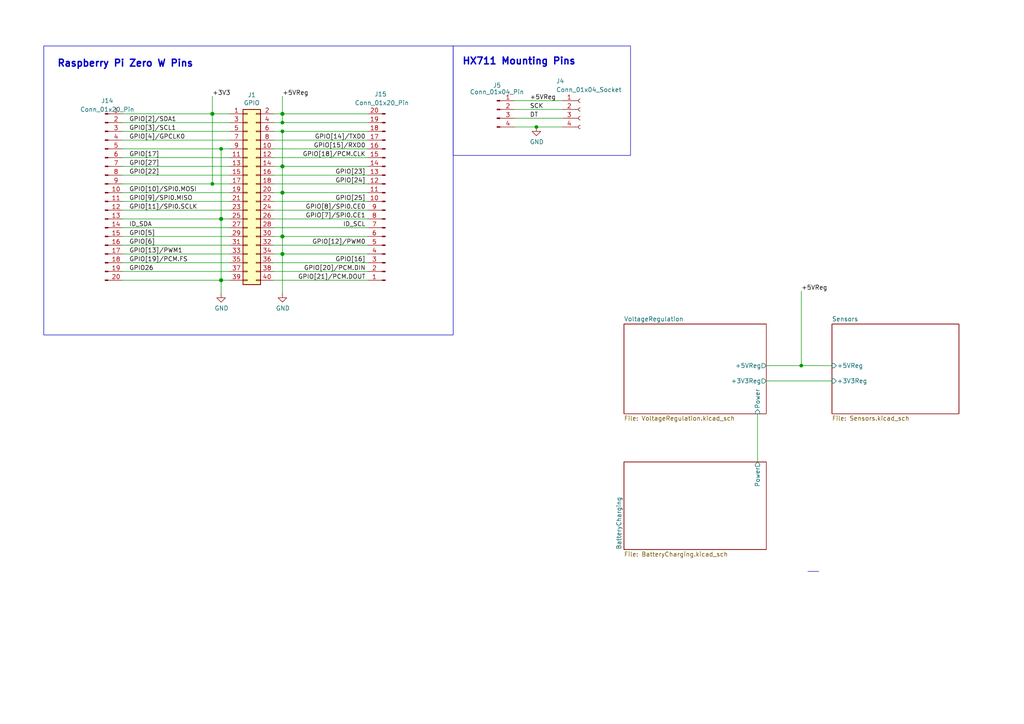
<source format=kicad_sch>
(kicad_sch (version 20230121) (generator eeschema)
  (paper "A4")
  (title_block (title "Power Submodule for Scale") (date "2023-05-20") (rev "V2") (company "University of Cape Town") (comment 1 "Author: Sarah Tallack"))
  (lib_symbols
    (symbol "Connector:Conn_01x04_Pin" (pin_names (offset 1.016) hide)
      (property "Reference" "J" (at 0 5.08 0))
      (property "Value" "Conn_01x04_Pin" (at 0 -7.62 0))
      (symbol "Conn_01x04_Pin_1_1"
        (polyline (pts (xy 1.27 -5.08) (xy 0.8636 -5.08)) (stroke (width 0.1524)))
        (polyline (pts (xy 1.27 -2.54) (xy 0.8636 -2.54)) (stroke (width 0.1524)))
        (polyline (pts (xy 1.27 0) (xy 0.8636 0)) (stroke (width 0.1524)))
        (polyline (pts (xy 1.27 2.54) (xy 0.8636 2.54)) (stroke (width 0.1524)))
        (rectangle (start 0.8636 -4.953) (end 0 -5.207) (stroke (width 0.1524)) (fill (type outline)))
        (rectangle (start 0.8636 -2.413) (end 0 -2.667) (stroke (width 0.1524)) (fill (type outline)))
        (rectangle (start 0.8636 0.127) (end 0 -0.127) (stroke (width 0.1524)) (fill (type outline)))
        (rectangle (start 0.8636 2.667) (end 0 2.413) (stroke (width 0.1524)) (fill (type outline)))
        (pin passive line (at 5.08 2.54 180) (length 3.81) (name "Pin_1") (number "1"))
        (pin passive line (at 5.08 0 180) (length 3.81) (name "Pin_2") (number "2"))
        (pin passive line (at 5.08 -2.54 180) (length 3.81) (name "Pin_3") (number "3"))
        (pin passive line (at 5.08 -5.08 180) (length 3.81) (name "Pin_4") (number "4"))
      )
    )
    (symbol "Connector:Conn_01x04_Socket" (pin_names (offset 1.016) hide)
      (property "Reference" "J" (at 0 5.08 0))
      (property "Value" "Conn_01x04_Socket" (at 0 -7.62 0))
      (symbol "Conn_01x04_Socket_1_1"
        (arc (start 0 -4.572) (mid -0.5058 -5.08) (end 0 -5.588) (stroke (width 0.1524)))
        (arc (start 0 -2.032) (mid -0.5058 -2.54) (end 0 -3.048) (stroke (width 0.1524)))
        (polyline (pts (xy -1.27 -5.08) (xy -0.508 -5.08)) (stroke (width 0.1524)))
        (polyline (pts (xy -1.27 -2.54) (xy -0.508 -2.54)) (stroke (width 0.1524)))
        (polyline (pts (xy -1.27 0) (xy -0.508 0)) (stroke (width 0.1524)))
        (polyline (pts (xy -1.27 2.54) (xy -0.508 2.54)) (stroke (width 0.1524)))
        (arc (start 0 0.508) (mid -0.5058 0) (end 0 -0.508) (stroke (width 0.1524)))
        (arc (start 0 3.048) (mid -0.5058 2.54) (end 0 2.032) (stroke (width 0.1524)))
        (pin passive line (at -5.08 2.54 0) (length 3.81) (name "Pin_1") (number "1"))
        (pin passive line (at -5.08 0 0) (length 3.81) (name "Pin_2") (number "2"))
        (pin passive line (at -5.08 -2.54 0) (length 3.81) (name "Pin_3") (number "3"))
        (pin passive line (at -5.08 -5.08 0) (length 3.81) (name "Pin_4") (number "4"))
      )
    )
    (symbol "Connector:Conn_01x20_Pin" (pin_names (offset 1.016) hide)
      (property "Reference" "J" (at 0 25.4 0))
      (property "Value" "Conn_01x20_Pin" (at 0 -27.94 0))
      (symbol "Conn_01x20_Pin_1_1"
        (polyline (pts (xy 1.27 -25.4) (xy 0.8636 -25.4)) (stroke (width 0.1524)))
        (polyline (pts (xy 1.27 -22.86) (xy 0.8636 -22.86)) (stroke (width 0.1524)))
        (polyline (pts (xy 1.27 -20.32) (xy 0.8636 -20.32)) (stroke (width 0.1524)))
        (polyline (pts (xy 1.27 -17.78) (xy 0.8636 -17.78)) (stroke (width 0.1524)))
        (polyline (pts (xy 1.27 -15.24) (xy 0.8636 -15.24)) (stroke (width 0.1524)))
        (polyline (pts (xy 1.27 -12.7) (xy 0.8636 -12.7)) (stroke (width 0.1524)))
        (polyline (pts (xy 1.27 -10.16) (xy 0.8636 -10.16)) (stroke (width 0.1524)))
        (polyline (pts (xy 1.27 -7.62) (xy 0.8636 -7.62)) (stroke (width 0.1524)))
        (polyline (pts (xy 1.27 -5.08) (xy 0.8636 -5.08)) (stroke (width 0.1524)))
        (polyline (pts (xy 1.27 -2.54) (xy 0.8636 -2.54)) (stroke (width 0.1524)))
        (polyline (pts (xy 1.27 0) (xy 0.8636 0)) (stroke (width 0.1524)))
        (polyline (pts (xy 1.27 2.54) (xy 0.8636 2.54)) (stroke (width 0.1524)))
        (polyline (pts (xy 1.27 5.08) (xy 0.8636 5.08)) (stroke (width 0.1524)))
        (polyline (pts (xy 1.27 7.62) (xy 0.8636 7.62)) (stroke (width 0.1524)))
        (polyline (pts (xy 1.27 10.16) (xy 0.8636 10.16)) (stroke (width 0.1524)))
        (polyline (pts (xy 1.27 12.7) (xy 0.8636 12.7)) (stroke (width 0.1524)))
        (polyline (pts (xy 1.27 15.24) (xy 0.8636 15.24)) (stroke (width 0.1524)))
        (polyline (pts (xy 1.27 17.78) (xy 0.8636 17.78)) (stroke (width 0.1524)))
        (polyline (pts (xy 1.27 20.32) (xy 0.8636 20.32)) (stroke (width 0.1524)))
        (polyline (pts (xy 1.27 22.86) (xy 0.8636 22.86)) (stroke (width 0.1524)))
        (rectangle (start 0.8636 -25.273) (end 0 -25.527) (stroke (width 0.1524)) (fill (type outline)))
        (rectangle (start 0.8636 -22.733) (end 0 -22.987) (stroke (width 0.1524)) (fill (type outline)))
        (rectangle (start 0.8636 -20.193) (end 0 -20.447) (stroke (width 0.1524)) (fill (type outline)))
        (rectangle (start 0.8636 -17.653) (end 0 -17.907) (stroke (width 0.1524)) (fill (type outline)))
        (rectangle (start 0.8636 -15.113) (end 0 -15.367) (stroke (width 0.1524)) (fill (type outline)))
        (rectangle (start 0.8636 -12.573) (end 0 -12.827) (stroke (width 0.1524)) (fill (type outline)))
        (rectangle (start 0.8636 -10.033) (end 0 -10.287) (stroke (width 0.1524)) (fill (type outline)))
        (rectangle (start 0.8636 -7.493) (end 0 -7.747) (stroke (width 0.1524)) (fill (type outline)))
        (rectangle (start 0.8636 -4.953) (end 0 -5.207) (stroke (width 0.1524)) (fill (type outline)))
        (rectangle (start 0.8636 -2.413) (end 0 -2.667) (stroke (width 0.1524)) (fill (type outline)))
        (rectangle (start 0.8636 0.127) (end 0 -0.127) (stroke (width 0.1524)) (fill (type outline)))
        (rectangle (start 0.8636 2.667) (end 0 2.413) (stroke (width 0.1524)) (fill (type outline)))
        (rectangle (start 0.8636 5.207) (end 0 4.953) (stroke (width 0.1524)) (fill (type outline)))
        (rectangle (start 0.8636 7.747) (end 0 7.493) (stroke (width 0.1524)) (fill (type outline)))
        (rectangle (start 0.8636 10.287) (end 0 10.033) (stroke (width 0.1524)) (fill (type outline)))
        (rectangle (start 0.8636 12.827) (end 0 12.573) (stroke (width 0.1524)) (fill (type outline)))
        (rectangle (start 0.8636 15.367) (end 0 15.113) (stroke (width 0.1524)) (fill (type outline)))
        (rectangle (start 0.8636 17.907) (end 0 17.653) (stroke (width 0.1524)) (fill (type outline)))
        (rectangle (start 0.8636 20.447) (end 0 20.193) (stroke (width 0.1524)) (fill (type outline)))
        (rectangle (start 0.8636 22.987) (end 0 22.733) (stroke (width 0.1524)) (fill (type outline)))
        (pin passive line (at 5.08 22.86 180) (length 3.81) (name "Pin_1") (number "1"))
        (pin passive line (at 5.08 0 180) (length 3.81) (name "Pin_10") (number "10"))
        (pin passive line (at 5.08 -2.54 180) (length 3.81) (name "Pin_11") (number "11"))
        (pin passive line (at 5.08 -5.08 180) (length 3.81) (name "Pin_12") (number "12"))
        (pin passive line (at 5.08 -7.62 180) (length 3.81) (name "Pin_13") (number "13"))
        (pin passive line (at 5.08 -10.16 180) (length 3.81) (name "Pin_14") (number "14"))
        (pin passive line (at 5.08 -12.7 180) (length 3.81) (name "Pin_15") (number "15"))
        (pin passive line (at 5.08 -15.24 180) (length 3.81) (name "Pin_16") (number "16"))
        (pin passive line (at 5.08 -17.78 180) (length 3.81) (name "Pin_17") (number "17"))
        (pin passive line (at 5.08 -20.32 180) (length 3.81) (name "Pin_18") (number "18"))
        (pin passive line (at 5.08 -22.86 180) (length 3.81) (name "Pin_19") (number "19"))
        (pin passive line (at 5.08 20.32 180) (length 3.81) (name "Pin_2") (number "2"))
        (pin passive line (at 5.08 -25.4 180) (length 3.81) (name "Pin_20") (number "20"))
        (pin passive line (at 5.08 17.78 180) (length 3.81) (name "Pin_3") (number "3"))
        (pin passive line (at 5.08 15.24 180) (length 3.81) (name "Pin_4") (number "4"))
        (pin passive line (at 5.08 12.7 180) (length 3.81) (name "Pin_5") (number "5"))
        (pin passive line (at 5.08 10.16 180) (length 3.81) (name "Pin_6") (number "6"))
        (pin passive line (at 5.08 7.62 180) (length 3.81) (name "Pin_7") (number "7"))
        (pin passive line (at 5.08 5.08 180) (length 3.81) (name "Pin_8") (number "8"))
        (pin passive line (at 5.08 2.54 180) (length 3.81) (name "Pin_9") (number "9"))
      )
    )
    (symbol "Connector_Generic:Conn_02x20_Odd_Even" (pin_names (offset 1.016) hide)
      (property "Reference" "J" (at 1.27 25.4 0))
      (property "Value" "Conn_02x20_Odd_Even" (at 1.27 -27.94 0))
      (symbol "Conn_02x20_Odd_Even_1_1"
        (rectangle (start -1.27 -25.273) (end 0 -25.527) (stroke (width 0.1524)))
        (rectangle (start -1.27 -22.733) (end 0 -22.987) (stroke (width 0.1524)))
        (rectangle (start -1.27 -20.193) (end 0 -20.447) (stroke (width 0.1524)))
        (rectangle (start -1.27 -17.653) (end 0 -17.907) (stroke (width 0.1524)))
        (rectangle (start -1.27 -15.113) (end 0 -15.367) (stroke (width 0.1524)))
        (rectangle (start -1.27 -12.573) (end 0 -12.827) (stroke (width 0.1524)))
        (rectangle (start -1.27 -10.033) (end 0 -10.287) (stroke (width 0.1524)))
        (rectangle (start -1.27 -7.493) (end 0 -7.747) (stroke (width 0.1524)))
        (rectangle (start -1.27 -4.953) (end 0 -5.207) (stroke (width 0.1524)))
        (rectangle (start -1.27 -2.413) (end 0 -2.667) (stroke (width 0.1524)))
        (rectangle (start -1.27 0.127) (end 0 -0.127) (stroke (width 0.1524)))
        (rectangle (start -1.27 2.667) (end 0 2.413) (stroke (width 0.1524)))
        (rectangle (start -1.27 5.207) (end 0 4.953) (stroke (width 0.1524)))
        (rectangle (start -1.27 7.747) (end 0 7.493) (stroke (width 0.1524)))
        (rectangle (start -1.27 10.287) (end 0 10.033) (stroke (width 0.1524)))
        (rectangle (start -1.27 12.827) (end 0 12.573) (stroke (width 0.1524)))
        (rectangle (start -1.27 15.367) (end 0 15.113) (stroke (width 0.1524)))
        (rectangle (start -1.27 17.907) (end 0 17.653) (stroke (width 0.1524)))
        (rectangle (start -1.27 20.447) (end 0 20.193) (stroke (width 0.1524)))
        (rectangle (start -1.27 22.987) (end 0 22.733) (stroke (width 0.1524)))
        (rectangle (start -1.27 24.13) (end 3.81 -26.67) (stroke (width 0.254)) (fill (type background)))
        (rectangle (start 3.81 -25.273) (end 2.54 -25.527) (stroke (width 0.1524)))
        (rectangle (start 3.81 -22.733) (end 2.54 -22.987) (stroke (width 0.1524)))
        (rectangle (start 3.81 -20.193) (end 2.54 -20.447) (stroke (width 0.1524)))
        (rectangle (start 3.81 -17.653) (end 2.54 -17.907) (stroke (width 0.1524)))
        (rectangle (start 3.81 -15.113) (end 2.54 -15.367) (stroke (width 0.1524)))
        (rectangle (start 3.81 -12.573) (end 2.54 -12.827) (stroke (width 0.1524)))
        (rectangle (start 3.81 -10.033) (end 2.54 -10.287) (stroke (width 0.1524)))
        (rectangle (start 3.81 -7.493) (end 2.54 -7.747) (stroke (width 0.1524)))
        (rectangle (start 3.81 -4.953) (end 2.54 -5.207) (stroke (width 0.1524)))
        (rectangle (start 3.81 -2.413) (end 2.54 -2.667) (stroke (width 0.1524)))
        (rectangle (start 3.81 0.127) (end 2.54 -0.127) (stroke (width 0.1524)))
        (rectangle (start 3.81 2.667) (end 2.54 2.413) (stroke (width 0.1524)))
        (rectangle (start 3.81 5.207) (end 2.54 4.953) (stroke (width 0.1524)))
        (rectangle (start 3.81 7.747) (end 2.54 7.493) (stroke (width 0.1524)))
        (rectangle (start 3.81 10.287) (end 2.54 10.033) (stroke (width 0.1524)))
        (rectangle (start 3.81 12.827) (end 2.54 12.573) (stroke (width 0.1524)))
        (rectangle (start 3.81 15.367) (end 2.54 15.113) (stroke (width 0.1524)))
        (rectangle (start 3.81 17.907) (end 2.54 17.653) (stroke (width 0.1524)))
        (rectangle (start 3.81 20.447) (end 2.54 20.193) (stroke (width 0.1524)))
        (rectangle (start 3.81 22.987) (end 2.54 22.733) (stroke (width 0.1524)))
        (pin passive line (at -5.08 22.86 0) (length 3.81) (name "Pin_1") (number "1"))
        (pin passive line (at 7.62 12.7 180) (length 3.81) (name "Pin_10") (number "10"))
        (pin passive line (at -5.08 10.16 0) (length 3.81) (name "Pin_11") (number "11"))
        (pin passive line (at 7.62 10.16 180) (length 3.81) (name "Pin_12") (number "12"))
        (pin passive line (at -5.08 7.62 0) (length 3.81) (name "Pin_13") (number "13"))
        (pin passive line (at 7.62 7.62 180) (length 3.81) (name "Pin_14") (number "14"))
        (pin passive line (at -5.08 5.08 0) (length 3.81) (name "Pin_15") (number "15"))
        (pin passive line (at 7.62 5.08 180) (length 3.81) (name "Pin_16") (number "16"))
        (pin passive line (at -5.08 2.54 0) (length 3.81) (name "Pin_17") (number "17"))
        (pin passive line (at 7.62 2.54 180) (length 3.81) (name "Pin_18") (number "18"))
        (pin passive line (at -5.08 0 0) (length 3.81) (name "Pin_19") (number "19"))
        (pin passive line (at 7.62 22.86 180) (length 3.81) (name "Pin_2") (number "2"))
        (pin passive line (at 7.62 0 180) (length 3.81) (name "Pin_20") (number "20"))
        (pin passive line (at -5.08 -2.54 0) (length 3.81) (name "Pin_21") (number "21"))
        (pin passive line (at 7.62 -2.54 180) (length 3.81) (name "Pin_22") (number "22"))
        (pin passive line (at -5.08 -5.08 0) (length 3.81) (name "Pin_23") (number "23"))
        (pin passive line (at 7.62 -5.08 180) (length 3.81) (name "Pin_24") (number "24"))
        (pin passive line (at -5.08 -7.62 0) (length 3.81) (name "Pin_25") (number "25"))
        (pin passive line (at 7.62 -7.62 180) (length 3.81) (name "Pin_26") (number "26"))
        (pin passive line (at -5.08 -10.16 0) (length 3.81) (name "Pin_27") (number "27"))
        (pin passive line (at 7.62 -10.16 180) (length 3.81) (name "Pin_28") (number "28"))
        (pin passive line (at -5.08 -12.7 0) (length 3.81) (name "Pin_29") (number "29"))
        (pin passive line (at -5.08 20.32 0) (length 3.81) (name "Pin_3") (number "3"))
        (pin passive line (at 7.62 -12.7 180) (length 3.81) (name "Pin_30") (number "30"))
        (pin passive line (at -5.08 -15.24 0) (length 3.81) (name "Pin_31") (number "31"))
        (pin passive line (at 7.62 -15.24 180) (length 3.81) (name "Pin_32") (number "32"))
        (pin passive line (at -5.08 -17.78 0) (length 3.81) (name "Pin_33") (number "33"))
        (pin passive line (at 7.62 -17.78 180) (length 3.81) (name "Pin_34") (number "34"))
        (pin passive line (at -5.08 -20.32 0) (length 3.81) (name "Pin_35") (number "35"))
        (pin passive line (at 7.62 -20.32 180) (length 3.81) (name "Pin_36") (number "36"))
        (pin passive line (at -5.08 -22.86 0) (length 3.81) (name "Pin_37") (number "37"))
        (pin passive line (at 7.62 -22.86 180) (length 3.81) (name "Pin_38") (number "38"))
        (pin passive line (at -5.08 -25.4 0) (length 3.81) (name "Pin_39") (number "39"))
        (pin passive line (at 7.62 20.32 180) (length 3.81) (name "Pin_4") (number "4"))
        (pin passive line (at 7.62 -25.4 180) (length 3.81) (name "Pin_40") (number "40"))
        (pin passive line (at -5.08 17.78 0) (length 3.81) (name "Pin_5") (number "5"))
        (pin passive line (at 7.62 17.78 180) (length 3.81) (name "Pin_6") (number "6"))
        (pin passive line (at -5.08 15.24 0) (length 3.81) (name "Pin_7") (number "7"))
        (pin passive line (at 7.62 15.24 180) (length 3.81) (name "Pin_8") (number "8"))
        (pin passive line (at -5.08 12.7 0) (length 3.81) (name "Pin_9") (number "9"))
      )
    )
    (symbol "power:GND" (power) (pin_names (offset 0))
      (property "Value" "GND" (at 0 -3.81 0))
      (symbol "GND_0_1"
        (polyline (pts (xy 0 0) (xy 0 -1.27) (xy 1.27 -1.27) (xy 0 -2.54) (xy -1.27 -1.27) (xy 0 -1.27)))
      )
      (symbol "GND_1_1"
        (pin power_in line (at 0 0 270) (length 0) hide (name "GND") (number "1"))
      )
    )
  )
  (junction (at 61.595 33.02) (diameter 1.016))
  (junction (at 64.135 43.18))
  (junction (at 64.135 81.28) (diameter 1.016))
  (junction (at 81.915 38.1))
  (junction (at 81.915 48.26) (diameter 1.016))
  (junction (at 81.915 35.56))
  (junction (at 64.135 63.5) (diameter 1.016))
  (junction (at 81.915 73.66) (diameter 1.016))
  (junction (at 61.595 53.34))
  (junction (at 155.575 36.83))
  (junction (at 81.915 55.88) (diameter 1.016))
  (junction (at 81.915 68.58) (diameter 1.016))
  (junction (at 81.915 33.02) (diameter 1.016))
  (junction (at 232.41 106.045))
  (wire (pts (xy 61.595 27.94) (xy 61.595 33.02)))
  (wire (pts (xy 35.56 63.5) (xy 64.135 63.5)))
  (wire (pts (xy 149.225 34.29) (xy 163.195 34.29)))
  (wire (pts (xy 35.56 55.88) (xy 66.675 55.88)))
  (wire (pts (xy 81.915 55.88) (xy 79.375 55.88)))
  (wire (pts (xy 79.375 58.42) (xy 106.68 58.42)))
  (wire (pts (xy 81.915 33.02) (xy 81.915 35.56)))
  (wire (pts (xy 81.915 73.66) (xy 79.375 73.66)))
  (wire (pts (xy 35.56 53.34) (xy 61.595 53.34)))
  (wire (pts (xy 66.675 35.56) (xy 35.56 35.56)))
  (wire (pts (xy 64.135 81.28) (xy 64.135 85.09)))
  (wire (pts (xy 66.675 45.72) (xy 35.56 45.72)))
  (wire (pts (xy 64.135 43.18) (xy 64.135 63.5)))
  (wire (pts (xy 81.915 27.94) (xy 81.915 33.02)))
  (wire (pts (xy 79.375 40.64) (xy 106.68 40.64)))
  (wire (pts (xy 106.68 33.02) (xy 81.915 33.02)))
  (wire (pts (xy 35.56 48.26) (xy 66.675 48.26)))
  (wire (pts (xy 79.375 43.18) (xy 106.68 43.18)))
  (polyline (pts (xy 234.315 165.735) (xy 237.49 165.735)))
  (wire (pts (xy 35.56 58.42) (xy 66.675 58.42)))
  (wire (pts (xy 81.915 48.26) (xy 106.68 48.26)))
  (wire (pts (xy 81.915 73.66) (xy 81.915 85.09)))
  (wire (pts (xy 79.375 45.72) (xy 106.68 45.72)))
  (wire (pts (xy 222.25 106.045) (xy 232.41 106.045)))
  (wire (pts (xy 35.56 40.64) (xy 66.675 40.64)))
  (wire (pts (xy 81.915 55.88) (xy 81.915 68.58)))
  (wire (pts (xy 81.915 68.58) (xy 106.68 68.58)))
  (wire (pts (xy 79.375 53.34) (xy 106.68 53.34)))
  (wire (pts (xy 149.225 31.75) (xy 163.195 31.75)))
  (wire (pts (xy 81.915 33.02) (xy 79.375 33.02)))
  (wire (pts (xy 241.3 106.045) (xy 232.41 106.045)))
  (wire (pts (xy 35.56 50.8) (xy 66.675 50.8)))
  (wire (pts (xy 35.56 81.28) (xy 64.135 81.28)))
  (wire (pts (xy 81.915 55.88) (xy 106.68 55.88)))
  (wire (pts (xy 81.915 73.66) (xy 106.68 73.66)))
  (wire (pts (xy 81.915 68.58) (xy 79.375 68.58)))
  (wire (pts (xy 219.71 120.015) (xy 219.71 133.985)))
  (wire (pts (xy 79.375 78.74) (xy 106.68 78.74)))
  (wire (pts (xy 81.915 38.1) (xy 79.375 38.1)))
  (wire (pts (xy 79.375 63.5) (xy 106.68 63.5)))
  (wire (pts (xy 61.595 33.02) (xy 61.595 53.34)))
  (wire (pts (xy 79.375 50.8) (xy 106.68 50.8)))
  (wire (pts (xy 64.135 43.18) (xy 66.675 43.18)))
  (wire (pts (xy 64.135 63.5) (xy 64.135 81.28)))
  (wire (pts (xy 35.56 68.58) (xy 66.675 68.58)))
  (wire (pts (xy 61.595 33.02) (xy 66.675 33.02)))
  (wire (pts (xy 35.56 78.74) (xy 66.675 78.74)))
  (wire (pts (xy 64.135 63.5) (xy 66.675 63.5)))
  (wire (pts (xy 149.225 36.83) (xy 155.575 36.83)))
  (wire (pts (xy 35.56 71.12) (xy 66.675 71.12)))
  (wire (pts (xy 64.135 81.28) (xy 66.675 81.28)))
  (wire (pts (xy 81.915 38.1) (xy 81.915 48.26)))
  (wire (pts (xy 79.375 81.28) (xy 106.68 81.28)))
  (wire (pts (xy 66.675 66.04) (xy 35.56 66.04)))
  (wire (pts (xy 35.56 33.02) (xy 61.595 33.02)))
  (wire (pts (xy 79.375 76.2) (xy 106.68 76.2)))
  (wire (pts (xy 155.575 36.83) (xy 163.195 36.83)))
  (wire (pts (xy 79.375 71.12) (xy 106.68 71.12)))
  (wire (pts (xy 66.675 73.66) (xy 35.56 73.66)))
  (wire (pts (xy 81.915 68.58) (xy 81.915 73.66)))
  (wire (pts (xy 61.595 53.34) (xy 66.675 53.34)))
  (wire (pts (xy 81.915 48.26) (xy 81.915 55.88)))
  (wire (pts (xy 81.915 35.56) (xy 106.68 35.56)))
  (wire (pts (xy 35.56 43.18) (xy 64.135 43.18)))
  (wire (pts (xy 35.56 38.1) (xy 66.675 38.1)))
  (wire (pts (xy 81.915 35.56) (xy 79.375 35.56)))
  (wire (pts (xy 149.225 29.21) (xy 163.195 29.21)))
  (wire (pts (xy 35.56 60.96) (xy 66.675 60.96)))
  (wire (pts (xy 35.56 76.2) (xy 66.675 76.2)))
  (wire (pts (xy 79.375 60.96) (xy 106.68 60.96)))
  (wire (pts (xy 81.915 48.26) (xy 79.375 48.26)))
  (wire (pts (xy 79.375 66.04) (xy 106.68 66.04)))
  (wire (pts (xy 106.68 38.1) (xy 81.915 38.1)))
  (wire (pts (xy 222.25 110.49) (xy 241.3 110.49)))
  (wire (pts (xy 232.41 84.455) (xy 232.41 106.045)))
  (rectangle (start 12.7 13.335) (end 131.445 97.155))
  (rectangle (start 131.445 13.335) (end 182.88 45.085))
  (text "HX711 Mounting Pins" (at 133.985 19.05 0) (effects (font (size 2 2) (thickness 0.4) bold) (justify left bottom)))
  (text "Raspberry Pi Zero W Pins" (at 16.51 19.685 0) (effects (font (size 2 2) (thickness 0.4) bold) (justify left bottom)))
  (label "GPIO[5]" (at 37.465 68.58 0))
  (label "DT" (at 153.67 34.29 0))
  (label "GPIO[11]{slash}SPI0.SCLK" (at 37.465 60.96 0))
  (label "+3V3" (at 61.595 27.94 0))
  (label "+5VReg" (at 232.41 84.455 0))
  (label "GPIO[6]" (at 37.465 71.12 0))
  (label "GPIO[24]" (at 106.045 53.34 180))
  (label "GPIO[23]" (at 106.045 50.8 180))
  (label "GPIO[20]{slash}PCM.DIN" (at 106.045 78.74 180))
  (label "GPIO[22]" (at 37.465 50.8 0))
  (label "GPIO[10]{slash}SPI0.MOSI" (at 37.465 55.88 0))
  (label "GPIO[25]" (at 106.045 58.42 180))
  (label "GPIO[19]{slash}PCM.FS" (at 37.465 76.2 0))
  (label "+5VReg" (at 153.67 29.21 0))
  (label "GPIO[4]{slash}GPCLK0" (at 37.465 40.64 0))
  (label "GPIO26" (at 37.465 78.74 0))
  (label "GPIO[8]{slash}SPI0.CE0" (at 106.045 60.96 180))
  (label "GPIO[27]" (at 37.465 48.26 0))
  (label "GPIO[18]{slash}PCM.CLK" (at 106.045 45.72 180))
  (label "+5VReg" (at 81.915 27.94 0))
  (label "GPIO[16]" (at 106.045 76.2 180))
  (label "GPIO[3]{slash}SCL1" (at 37.465 38.1 0))
  (label "GPIO[15]{slash}RXD0" (at 106.045 43.18 180))
  (label "GPIO[17]" (at 37.465 45.72 0))
  (label "GPIO[21]{slash}PCM.DOUT" (at 106.045 81.28 180))
  (label "GPIO[2]{slash}SDA1" (at 37.465 35.56 0))
  (label "ID_SDA" (at 37.465 66.04 0))
  (label "GPIO[13]{slash}PWM1" (at 37.465 73.66 0))
  (label "GPIO[7]{slash}SPI0.CE1" (at 106.045 63.5 180))
  (label "SCK" (at 153.67 31.75 0))
  (label "GPIO[9]{slash}SPI0.MISO" (at 37.465 58.42 0))
  (label "ID_SCL" (at 106.045 66.04 180))
  (label "GPIO[14]{slash}TXD0" (at 106.045 40.64 180))
  (label "GPIO[12]{slash}PWM0" (at 106.045 71.12 180))
  (symbol (lib_id "Connector_Generic:Conn_02x20_Odd_Even") (at 71.755 55.88 0) (unit 1)
    (property "Reference" "J1" (at 73.025 27.5398 0))
    (property "Value" "GPIO" (at 73.025 29.845 0))
    (property "Footprint" "Connector_PinSocket_2.54mm:PinSocket_2x20_P2.54mm_Vertical" (effects hide))
    (property "Populate" "No" (effects hide))
  )
  (symbol (lib_id "Connector:Conn_01x04_Pin") (at 144.145 31.75 0) (unit 1)
    (property "Reference" "J5" (at 144.145 24.765 0))
    (property "Value" "Conn_01x04_Pin" (at 144.145 26.67 0))
    (property "Footprint" "Connector_PinHeader_2.54mm:PinHeader_1x04_P2.54mm_Vertical" (effects hide))
  )
  (symbol (lib_id "power:GND") (at 64.135 85.09 0) (unit 1)
    (property "Reference" "#PWR01" (effects hide))
    (property "Value" "GND" (at 64.2493 89.4144 0))
  )
  (symbol (lib_id "power:GND") (at 81.915 85.09 0) (unit 1)
    (property "Reference" "#PWR02" (effects hide))
    (property "Value" "GND" (at 82.0293 89.4144 0))
  )
  (symbol (lib_id "Connector:Conn_01x20_Pin") (at 111.76 58.42 180) (unit 1)
    (property "Reference" "J15" (at 108.585 27.305 0) (effects (justify right)))
    (property "Value" "Conn_01x20_Pin" (at 102.87 29.845 0) (effects (justify right)))
    (property "Footprint" "Connector_PinHeader_2.54mm:PinHeader_1x20_P2.54mm_Vertical" (effects hide))
  )
  (symbol (lib_id "Connector:Conn_01x04_Socket") (at 168.275 31.75 0) (unit 1)
    (property "Reference" "J4" (at 161.29 23.495 0) (effects (justify left)))
    (property "Value" "Conn_01x04_Socket" (at 161.29 26.035 0) (effects (justify left)))
    (property "Footprint" "Connector_PinSocket_2.54mm:PinSocket_1x04_P2.54mm_Vertical" (effects hide))
  )
  (symbol (lib_id "power:GND") (at 155.575 36.83 0) (unit 1)
    (property "Reference" "#PWR025" (effects hide))
    (property "Value" "GND" (at 155.6893 41.1544 0))
  )
  (symbol (lib_id "Connector:Conn_01x20_Pin") (at 30.48 55.88 0) (unit 1)
    (property "Reference" "J14" (at 31.115 29.21 0))
    (property "Value" "Conn_01x20_Pin" (at 31.115 31.75 0))
    (property "Footprint" "Connector_PinHeader_2.54mm:PinHeader_1x20_P2.54mm_Vertical" (effects hide))
  )
  (sheet (at 180.975 93.98) (size 41.275 26.035) (stroke (width 0.1524))
    (property "Sheetname" "VoltageRegulation" (at 180.975 93.2684 0) (effects (justify left bottom)))
    (property "Sheetfile" "VoltageRegulation.kicad_sch" (at 180.975 120.5996 0) (effects (justify left top)))
    (pin "Power" input (at 219.71 120.015 270))
    (pin "+5VReg" output (at 222.25 106.045 0))
    (pin "+3V3Reg" output (at 222.25 110.49 0))
  )
  (sheet (at 241.3 93.98) (size 36.83 26.035) (stroke (width 0.1524))
    (property "Sheetname" "Sensors" (at 241.3 93.2684 0) (effects (justify left bottom)))
    (property "Sheetfile" "Sensors.kicad_sch" (at 241.3 120.5996 0) (effects (justify left top)))
    (pin "+3V3Reg" input (at 241.3 110.49 180))
    (pin "+5VReg" input (at 241.3 106.045 180))
  )
  (sheet (at 180.975 133.985) (size 41.275 25.4) (stroke (width 0.1524))
    (property "Sheetname" "BatteryCharging" (at 180.2634 159.385 90) (effects (justify left bottom)))
    (property "Sheetfile" "BatteryCharging.kicad_sch" (at 180.975 160.02 0) (effects (justify left top)))
    (pin "Power" output (at 219.71 133.985 90))
  )
)
</source>
